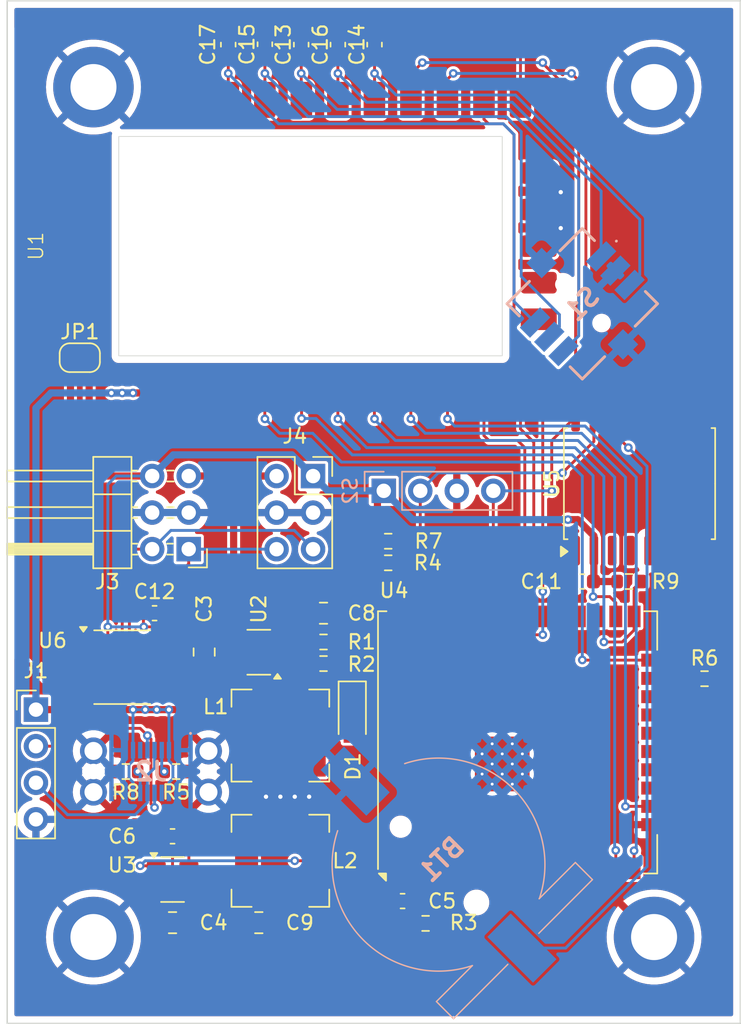
<source format=kicad_pcb>
(kicad_pcb (version 20240108) (generator "pcbnew") (generator_version "8.0")
  (layers (0 "F.Cu" signal) (31 "B.Cu" signal) (34 "B.Paste" user) (35 "F.Paste" user) (36 "B.SilkS" user "B.Silkscreen") (37 "F.SilkS" user "F.Silkscreen") (38 "B.Mask" user) (39 "F.Mask" user) (44 "Edge.Cuts" user))
  (net 0 "")
  (net 1 "/RTC_VBAT")
  (net 2 "GND")
  (net 3 "VBUS")
  (net 4 "+3V3")
  (net 5 "Net-(U3-BST)")
  (net 6 "Net-(U3-SW)")
  (net 7 "+24V")
  (net 8 "/SW_DN")
  (net 9 "/SW_BACK")
  (net 10 "/SW_CENTER")
  (net 11 "/SW_UP")
  (net 12 "/SW_ENTER")
  (net 13 "Net-(D1-A)")
  (net 14 "/D+")
  (net 15 "/D-")
  (net 16 "/CC1")
  (net 18 "/CC2")
  (net 20 "/RS485_A")
  (net 21 "Net-(JP1-B)")
  (net 22 "/RS485_B")
  (net 23 "Net-(U2-FB)")
  (net 24 "/ESP_EN")
  (net 25 "/SCL")
  (net 26 "/ESP_CS0")
  (net 27 "/SDA")
  (net 28 "/ESP_IO0")
  (net 29 "/ESP_RX")
  (net 30 "/ESP_MOSI")
  (net 32 "/ESP_TX")
  (net 33 "/DISPLAY_RX")
  (net 35 "/ESP_SCLK")
  (net 38 "/ESP_HSK")
  (net 40 "/ESP_RDY")
  (net 41 "/ESP_MISO")
  (footprint "Capacitor_SMD:C_0603_1608Metric" (layer "F.Cu") (at 111.5 87 180)
    (property "Reference" "C6")
    (property "Value" "100n")
  )
  (footprint "Capacitor_SMD:C_0805_2012Metric" (layer "F.Cu") (at 122 71.5)
    (property "Reference" "C8")
    (property "Value" "22u")
  )
  (footprint "Capacitor_SMD:C_0805_2012Metric" (layer "F.Cu") (at 113.7 74.2 90)
    (property "Reference" "C3")
    (property "Value" "4.7u")
  )
  (footprint "Resistor_SMD:R_0603_1608Metric" (layer "F.Cu") (at 111.75 82.5)
    (property "Reference" "R5")
    (property "Value" "5.1k")
  )
  (footprint "MountingHole:MountingHole_3.2mm_M3_DIN965_Pad" (layer "F.Cu") (at 106 34.95)
    (property "Reference" "H3" (hide yes))
    (property "Value" "MountingHole_Pad" (hide yes))
  )
  (footprint "Connector_PinHeader_2.54mm:PinHeader_2x03_P2.54mm_Horizontal" (layer "F.Cu") (at 112.625 67.05 180)
    (property "Reference" "J3")
    (property "Value" "BHR-06")
  )
  (footprint "Package_SO:SOIC-8_3.9x4.9mm_P1.27mm" (layer "F.Cu") (at 108 75.25)
    (property "Reference" "U6")
    (property "Value" "THVD1420D")
  )
  (footprint "Inductor_SMD:L_Bourns-SRN6028" (layer "F.Cu") (at 119 88.7)
    (property "Reference" "L2")
    (property "Value" "3.9u")
  )
  (footprint "Capacitor_SMD:C_0603_1608Metric" (layer "F.Cu") (at 115.375 32 90)
    (property "Reference" "C17")
    (property "Value" "100n")
  )
  (footprint "Jumper:SolderJumper-2_P1.3mm_Open_RoundedPad1.0x1.5mm" (layer "F.Cu") (at 105.05 53.75)
    (property "Reference" "JP1")
    (property "Value" "SolderJumper_2_Open" (hide yes))
  )
  (footprint "Capacitor_SMD:C_0603_1608Metric" (layer "F.Cu") (at 125.55 32 90)
    (property "Reference" "C14")
    (property "Value" "100n")
  )
  (footprint "Package_TO_SOT_SMD:TSOT-23-6" (layer "F.Cu") (at 111.5 90)
    (property "Reference" "U3")
    (property "Value" "AP63203WU")
  )
  (footprint "Resistor_SMD:R_0603_1608Metric" (layer "F.Cu") (at 122 75 180)
    (property "Reference" "R2")
    (property "Value" "5.1k")
  )
  (footprint "Resistor_SMD:R_0603_1608Metric" (layer "F.Cu") (at 126.5 68)
    (property "Reference" "R4")
    (property "Value" "1k")
  )
  (footprint "Capacitor_SMD:C_0805_2012Metric" (layer "F.Cu") (at 117.5 93 180)
    (property "Reference" "C9")
    (property "Value" "22u")
  )
  (footprint "MountingHole:MountingHole_3.2mm_M3_DIN965_Pad" (layer "F.Cu") (at 144.99 94)
    (property "Reference" "H2" (hide yes))
    (property "Value" "MountingHole_Pad" (hide yes))
  )
  (footprint "Capacitor_SMD:C_0603_1608Metric" (layer "F.Cu") (at 127.5 91.5 180)
    (property "Reference" "C5")
    (property "Value" "100n")
  )
  (footprint "RF_Module:ESP32-WROOM-32UE" (layer "F.Cu") (at 135.5 80.475 90)
    (property "Reference" "U4")
    (property "Value" "ESP32-WROOM-32UE")
  )
  (footprint "Capacitor_SMD:C_0603_1608Metric" (layer "F.Cu") (at 140 69.3 180)
    (property "Reference" "C11")
    (property "Value" "100n")
  )
  (footprint "Resistor_SMD:R_0603_1608Metric" (layer "F.Cu") (at 108.25 82.5 180)
    (property "Reference" "R8")
    (property "Value" "5.1k")
  )
  (footprint "Capacitor_SMD:C_0603_1608Metric" (layer "F.Cu") (at 120.45 32 90)
    (property "Reference" "C13")
    (property "Value" "100n")
  )
  (footprint "Inductor_SMD:L_Bourns-SRN6028" (layer "F.Cu") (at 119 80)
    (property "Reference" "L1")
    (property "Value" "10u")
  )
  (footprint "Resistor_SMD:R_0603_1608Metric" (layer "F.Cu") (at 122 73.5 180)
    (property "Reference" "R1")
    (property "Value" "92.82k")
  )
  (footprint "MountingHole:MountingHole_3.2mm_M3_DIN965_Pad" (layer "F.Cu") (at 144.99 34.95)
    (property "Reference" "H4" (hide yes))
    (property "Value" "MountingHole_Pad" (hide yes))
  )
  (footprint "Capacitor_SMD:C_0805_2012Metric" (layer "F.Cu") (at 111.5 93)
    (property "Reference" "C4")
    (property "Value" "4.7u")
  )
  (footprint "Capacitor_SMD:C_0603_1608Metric" (layer "F.Cu") (at 117.925 31.975 90)
    (property "Reference" "C15")
    (property "Value" "100n")
  )
  (footprint "MountingHole:MountingHole_3.2mm_M3_DIN965_Pad" (layer "F.Cu") (at 106 94)
    (property "Reference" "H1" (hide yes))
    (property "Value" "MountingHole_Pad" (hide yes))
  )
  (footprint "Connector_PinHeader_2.54mm:PinHeader_1x04_P2.54mm_Vertical" (layer "F.Cu") (at 102 78.2)
    (property "Reference" "J1")
    (property "Value" "Conn_01x04_Pin" (hide yes))
  )
  (footprint "Resistor_SMD:R_0603_1608Metric" (layer "F.Cu") (at 126.5 66.5)
    (property "Reference" "R7")
    (property "Value" "1k")
  )
  (footprint "Capacitor_SMD:C_0603_1608Metric" (layer "F.Cu") (at 123 32 90)
    (property "Reference" "C16")
    (property "Value" "100n")
  )
  (footprint "Capacitor_SMD:C_0603_1608Metric" (layer "F.Cu") (at 110.25 71.5)
    (property "Reference" "C12")
    (property "Value" "100n")
  )
  (footprint "Resistor_SMD:R_0603_1608Metric" (layer "F.Cu") (at 143.25 69.3)
    (property "Reference" "R9")
    (property "Value" "10k")
  )
  (footprint "Luckfox:Pico Mini" (layer "F.Cu") (at 123 46 90)
    (property "Reference" "U1")
    (property "Value" "~")
    (fp_rect (start -7.62 -15.24) (end 7.62 11.43) (stroke (width 0.05)) (fill none) (layer "Edge.Cuts"))
  )
  (footprint "Diode_SMD:Nexperia_CFP3_SOD-123W" (layer "F.Cu") (at 124 78.5 -90)
    (property "Reference" "D1")
    (property "Value" "1N5819")
  )
  (footprint "Package_TO_SOT_SMD:SOT-23-5" (layer "F.Cu") (at 117.5 74.2125 180)
    (property "Reference" "U2")
    (property "Value" "AP3012")
  )
  (footprint "Resistor_SMD:R_0603_1608Metric" (layer "F.Cu") (at 129.1 93.05)
    (property "Reference" "R3")
    (property "Value" "10k")
  )
  (footprint "Resistor_SMD:R_0603_1608Metric" (layer "F.Cu") (at 148.5 76.05)
    (property "Reference" "R6")
    (property "Value" "10k")
  )
  (footprint "Connector_PinSocket_2.54mm:PinSocket_2x03_P2.54mm_Vertical" (layer "F.Cu") (at 121.275 61.975)
    (property "Reference" "J4")
    (property "Value" "SFH11")
  )
  (footprint "Package_SO:SOIC-16W_7.5x10.3mm_P1.27mm" (layer "F.Cu") (at 143.98 62.5 90)
    (property "Reference" "U5")
    (property "Value" "DS3231M")
  )
  (footprint "S8411-45:S8411-45" (layer "B.Cu") (at 130 88.966027 -135)
    (property "Reference" "BT1")
    (property "Value" "CR2032" (hide yes))
  )
  (footprint "Connector_PinHeader_2.54mm:PinHeader_1x04_P2.54mm_Vertical" (layer "B.Cu") (at 126.19 63 -90)
    (property "Reference" "S2")
    (property "Value" "AHT20")
  )
  (footprint "TS12-74-60-BK-250-SMT-TR:TS127460BK250SMTTR" (layer "B.Cu") (at 140 50 -135)
    (property "Reference" "S1")
    (property "Value" "TS12-74-70-BK-250-SMT-TR" (hide yes))
  )
  (footprint "USB_4145:USB4145030230C" (layer "B.Cu") (at 110 82.5 180)
    (property "Reference" "J2")
    (property "Value" "USB4145-03-0230" (hide yes))
  )
  (gr_rect (start 100 28.95) (end 150.99 100) (stroke (width 0.1)) (fill none) (layer "Edge.Cuts"))
  (segment (start 143.2 60) (end 143.2 59.999999) (width 0.2) (layer "F.Cu") (net 1))
  (segment (start 142.075 58.874999) (end 142.075 57.85) (width 0.2) (layer "F.Cu") (net 1))
  (segment (start 143.2 59.999999) (end 142.075 58.874999) (width 0.2) (layer "F.Cu") (net 1))
  (via (at 143.2 60) (size 0.6) (drill 0.3) (layers "F.Cu" "B.Cu") (net 1))
  (segment (start 138.835697 94.764303) (end 135.798276 94.764303) (width 0.2) (layer "B.Cu") (net 1))
  (segment (start 143.2 60) (end 144.5 61.3) (width 0.2) (layer "B.Cu") (net 1))
  (segment (start 144.5 61.3) (end 144.5 89.1) (width 0.2) (layer "B.Cu") (net 1))
  (segment (start 144.5 89.1) (end 138.835697 94.764303) (width 0.2) (layer "B.Cu") (net 1))
  (segment (start 112.575 82.505) (end 114 83.93) (width 0.2) (layer "F.Cu") (net 2))
  (segment (start 112.575 82.495) (end 114 81.07) (width 0.2) (layer "F.Cu") (net 2))
  (segment (start 107.425 82.495) (end 106 81.07) (width 0.2) (layer "F.Cu") (net 2))
  (segment (start 112.575 82.5) (end 112.575 82.495) (width 0.2) (layer "F.Cu") (net 2))
  (segment (start 107.425 82.5) (end 107.425 82.495) (width 0.2) (layer "F.Cu") (net 2))
  (segment (start 107.425 82.5) (end 107.425 82.505) (width 0.2) (layer "F.Cu") (net 2))
  (segment (start 112.575 82.5) (end 112.575 82.505) (width 0.2) (layer "F.Cu") (net 2))
  (segment (start 107.425 82.505) (end 106 83.93) (width 0.2) (layer "F.Cu") (net 2))
  (via (at 138.5 42.25) (size 0.6) (drill 0.3) (layers "F.Cu" "B.Cu") (net 2))
  (via (at 121 84.25) (size 0.6) (drill 0.3) (layers "F.Cu" "B.Cu") (net 2))
  (via (at 138.5 44.75) (size 0.6) (drill 0.3) (layers "F.Cu" "B.Cu") (net 2))
  (via (at 118 84.25) (size 0.6) (drill 0.3) (layers "F.Cu" "B.Cu") (net 2))
  (via (at 119 84.25) (size 0.6) (drill 0.3) (layers "F.Cu" "B.Cu") (net 2))
  (via (at 120 84.25) (size 0.6) (drill 0.3) (layers "F.Cu" "B.Cu") (net 2))
  (segment (start 109.6 78.2) (end 111.25 78.2) (width 0.5) (layer "F.Cu") (net 3))
  (segment (start 108.25 86.55) (end 108.25 89.75) (width 0.5) (layer "F.Cu") (net 3))
  (segment (start 110.3625 90.95) (end 110.3625 92.8125) (width 0.5) (layer "F.Cu") (net 3))
  (segment (start 114.85 78.2) (end 116.65 80) (width 0.5) (layer "F.Cu") (net 3))
  (segment (start 102 78.2) (end 109.6 78.2) (width 0.5) (layer "F.Cu") (net 3))
  (segment (start 108.25 89.75) (end 108.5 90) (width 0.5) (layer "F.Cu") (net 3))
  (segment (start 116.65 80) (end 116.65 83.9) (width 0.5) (layer "F.Cu") (net 3))
  (segment (start 114.55 86) (end 108.8 86) (width 0.5) (layer "F.Cu") (net 3))
  (segment (start 110.3625 92.8125) (end 110.55 93) (width 0.5) (layer "F.Cu") (net 3))
  (segment (start 108.5 90) (end 110.3625 90) (width 0.5) (layer "F.Cu") (net 3))
  (segment (start 113.7 75.15) (end 113.7 78.2) (width 0.5) (layer "F.Cu") (net 3))
  (segment (start 116.3625 73.2625) (end 116.3625 75.1625) (width 0.5) (layer "F.Cu") (net 3))
  (segment (start 108.8 86) (end 108.25 86.55) (width 0.5) (layer "F.Cu") (net 3))
  (segment (start 113.7 75.15) (end 116.35 75.15) (width 0.5) (layer "F.Cu") (net 3))
  (segment (start 110.26 56.2) (end 110.3 56.16) (width 0.5) (layer "F.Cu") (net 3))
  (segment (start 113.7 78.2) (end 114.85 78.2) (width 0.5) (layer "F.Cu") (net 3))
  (segment (start 116.65 83.9) (end 114.55 86) (width 0.5) (layer "F.Cu") (net 3))
  (segment (start 111.25 78.2) (end 113.7 78.2) (width 0.5) (layer "F.Cu") (net 3))
  (segment (start 116.35 75.15) (end 116.3625 75.1625) (width 0.5) (layer "F.Cu") (net 3))
  (segment (start 108.75 56.2) (end 110.26 56.2) (width 0.5) (layer "F.Cu") (net 3))
  (segment (start 108.75 56.2) (end 107.25 56.2) (width 0.5) (layer "F.Cu") (net 3))
  (segment (start 110.3625 90) (end 110.3625 90.95) (width 0.5) (layer "F.Cu") (net 3))
  (via (at 111.25 78.2) (size 0.6) (drill 0.3) (layers "F.Cu" "B.Cu") (net 3))
  (via (at 108 56.2) (size 0.6) (drill 0.3) (layers "F.Cu" "B.Cu") (net 3))
  (via (at 109.6 78.2) (size 0.6) (drill 0.3) (layers "F.Cu" "B.Cu") (net 3))
  (via (at 110.4 78.2) (size 0.6) (drill 0.3) (layers "F.Cu" "B.Cu") (net 3))
  (via (at 108.75 56.2) (size 0.6) (drill 0.3) (layers "F.Cu" "B.Cu") (net 3))
  (via (at 108.75 78.2) (size 0.6) (drill 0.3) (layers "F.Cu" "B.Cu") (net 3))
  (via (at 107.25 56.2) (size 0.6) (drill 0.3) (layers "F.Cu" "B.Cu") (net 3))
  (segment (start 103 56.25) (end 103.05 56.2) (width 0.5) (layer "B.Cu") (net 3))
  (segment (start 108.75 81.015) (end 108.75 81.75) (width 0.2) (layer "B.Cu") (net 3))
  (segment (start 108.75 83.25) (end 108.75 83.985) (width 0.2) (layer "B.Cu") (net 3))
  (segment (start 108.75 81.015) (end 108.75 78.2) (width 0.2) (layer "B.Cu") (net 3))
  (segment (start 103.05 56.2) (end 107.25 56.2) (width 0.5) (layer "B.Cu") (net 3))
  (segment (start 108.475 82.025) (end 108.475 82.975) (width 0.2) (layer "B.Cu") (net 3))
  (segment (start 102 78.2) (end 102 57.25) (width 0.5) (layer "B.Cu") (net 3))
  (segment (start 108.75 81.75) (end 108.475 82.025) (width 0.2) (layer "B.Cu") (net 3))
  (segment (start 110.4 78.2) (end 111.25 78.2) (width 0.2) (layer "B.Cu") (net 3))
  (segment (start 102 57.25) (end 103 56.25) (width 0.5) (layer "B.Cu") (net 3))
  (segment (start 107.25 56.2) (end 108 56.2) (width 0.5) (layer "B.Cu") (net 3))
  (segment (start 111.525 83) (end 111.25 83.275) (width 0.2) (layer "B.Cu") (net 3))
  (segment (start 111.25 81.015) (end 111.25 81.75) (width 0.2) (layer "B.Cu") (net 3))
  (segment (start 111.25 81.75) (end 111.525 82.025) (width 0.2) (layer "B.Cu") (net 3))
  (segment (start 108.75 78.2) (end 109.6 78.2) (width 0.2) (layer "B.Cu") (net 3))
  (segment (start 111.25 83.275) (end 111.25 83.985) (width 0.2) (layer "B.Cu") (net 3))
  (segment (start 109.6 78.2) (end 110.4 78.2) (width 0.2) (layer "B.Cu") (net 3))
  (segment (start 108.475 82.975) (end 108.75 83.25) (width 0.2) (layer "B.Cu") (net 3))
  (segment (start 111.25 81.015) (end 111.25 78.2) (width 0.2) (layer "B.Cu") (net 3))
  (segment (start 111.525 82.025) (end 111.525 83) (width 0.2) (layer "B.Cu") (net 3))
  (segment (start 108 56.2) (end 108.75 56.2) (width 0.5) (layer "B.Cu") (net 3))
  (segment (start 109.25 89.05) (end 110.3625 89.05) (width 0.2) (layer "F.Cu") (net 4))
  (segment (start 140.805 69.27) (end 140.775 69.3) (width 0.5) (layer "F.Cu") (net 4))
  (segment (start 140.805 66.125001) (end 139.679999 65) (width 0.5) (layer "F.Cu") (net 4))
  (segment (start 128.391027 89.193973) (end 128.391027 81.391027) (width 0.5) (layer "F.Cu") (net 4))
  (segment (start 140.805 67.15) (end 140.805 69.27) (width 0.5) (layer "F.Cu") (net 4))
  (segment (start 142.425 69.3) (end 140.775 69.3) (width 0.5) (layer "F.Cu") (net 4))
  (segment (start 125.75 63.44) (end 126.19 63) (width 0.5) (layer "F.Cu") (net 4))
  (segment (start 105.525 75.885) (end 105.525 74.615) (width 0.2) (layer "F.Cu") (net 4))
  (segment (start 128.36 89.225) (end 128.36 91.415) (width 0.75) (layer "F.Cu") (net 4))
  (segment (start 105.27 61.97) (end 110.085 61.97) (width 0.5) (layer "F.Cu") (net 4))
  (segment (start 121.35 92.9) (end 121.35 88.7) (width 1) (layer "F.Cu") (net 4))
  (segment (start 104.4 61.1) (end 105.27 61.97) (width 0.5) (layer "F.Cu") (net 4))
  (segment (start 140.805 67.15) (end 140.805 66.125001) (width 0.5) (layer "F.Cu") (net 4))
  (segment (start 139.679999 65) (end 139 65) (width 0.5) (layer "F.Cu") (net 4))
  (segment (start 109.475 72.425) (end 109.5 72.45) (width 0.2) (layer "F.Cu") (net 4))
  (segment (start 110.05 72.45) (end 110.475 72.875) (width 0.2) (layer "F.Cu") (net 4))
  (segment (start 106.499999 74.615) (end 107 74.114999) (width 0.2) (layer "F.Cu") (net 4))
  (segment (start 121.35 88.7) (end 120 88.7) (width 0.2) (layer "F.Cu") (net 4))
  (segment (start 109.475 71.5) (end 109.475 72.425) (width 0.2) (layer "F.Cu") (net 4))
  (segment (start 107 74.114999) (end 107 72.45) (width 0.2) (layer "F.Cu") (net 4))
  (segment (start 128.36 89.225) (end 128.391027 89.193973) (width 0.5) (layer "F.Cu") (net 4))
  (segment (start 128.391027 81.391027) (end 125.75 78.75) (width 0.5) (layer "F.Cu") (net 4))
  (segment (start 128.275 93.05) (end 128.275 91.5) (width 1) (layer "F.Cu") (net 4))
  (segment (start 128.36 91.415) (end 128.275 91.5) (width 0.75) (layer "F.Cu") (net 4))
  (segment (start 118.45 93) (end 121.25 93) (width 1) (layer "F.Cu") (net 4))
  (segment (start 105.525 74.615) (end 106.499999 74.615) (width 0.2) (layer "F.Cu") (net 4))
  (segment (start 121.25 93) (end 121.35 92.9) (width 1) (layer "F.Cu") (net 4))
  (segment (start 104.4 53.75) (end 104.4 61.1) (width 0.5) (layer "F.Cu") (net 4))
  (segment (start 128.225 93) (end 128.275 93.05) (width 1) (layer "F.Cu") (net 4))
  (segment (start 121.25 93) (end 128.225 93) (width 1) (layer "F.Cu") (net 4))
  (segment (start 109.5 72.45) (end 110.05 72.45) (width 0.2) (layer "F.Cu") (net 4))
  (segment (start 125.75 78.75) (end 125.75 63.44) (width 0.5) (layer "F.Cu") (net 4))
  (segment (start 110.475 72.875) (end 110.475 73.345) (width 0.2) (layer "F.Cu") (net 4))
  (via (at 139 65) (size 0.6) (drill 0.3) (layers "F.Cu" "B.Cu") (net 4))
  (via (at 109.25 89.05) (size 0.6) (drill 0.3) (layers "F.Cu" "B.Cu") (net 4))
  (via (at 120 88.7) (size 0.6) (drill 0.3) (layers "F.Cu" "B.Cu") (net 4))
  (via (at 107 72.45) (size 0.6) (drill 0.3) (layers "F.Cu" "B.Cu") (net 4))
  (via (at 109.5 72.45) (size 0.6) (drill 0.3) (layers "F.Cu" "B.Cu") (net 4))
  (segment (start 126.19 63) (end 128.19 65) (width 0.5) (layer "B.Cu") (net 4))
  (segment (start 111.555 60.5) (end 119.8 60.5) (width 0.5) (layer "B.Cu") (net 4))
  (segment (start 107 62.55) (end 107.58 61.97) (width 0.2) (layer "B.Cu") (net 4))
  (segment (start 119.8 60.5) (end 121.275 61.975) (width 0.5) (layer "B.Cu") (net 4))
  (segment (start 110.085 61.97) (end 111.555 60.5) (width 0.5) (layer "B.Cu") (net 4))
  (segment (start 107 72.45) (end 107 62.55) (width 0.2) (layer "B.Cu") (net 4))
  (segment (start 122.3 63) (end 126.19 63) (width 0.5) (layer "B.Cu") (net 4))
  (segment (start 107.58 61.97) (end 110.085 61.97) (width 0.2) (layer "B.Cu") (net 4))
  (segment (start 121.275 61.975) (end 122.3 63) (width 0.5) (layer "B.Cu") (net 4))
  (segment (start 109.6 88.7) (end 120 88.7) (width 0.2) (layer "B.Cu") (net 4))
  (segment (start 109.25 89.05) (end 109.6 88.7) (width 0.2) (layer "B.Cu") (net 4))
  (segment (start 109.5 72.45) (end 107 72.45) (width 0.2) (layer "B.Cu") (net 4))
  (segment (start 128.19 65) (end 139 65) (width 0.5) (layer "B.Cu") (net 4))
  (segment (start 112.275 87) (end 112.6375 87.3625) (width 0.2) (layer "F.Cu") (net 5))
  (segment (start 112.6375 87.3625) (end 112.6375 89.05) (width 0.2) (layer "F.Cu") (net 5))
  (segment (start 111.5 87.25) (end 111.5 89.7) (width 0.2) (layer "F.Cu") (net 6))
  (segment (start 111.5 89.7) (end 111.8 90) (width 0.2) (layer "F.Cu") (net 6))
  (segment (start 110.725 87) (end 111.25 87) (width 0.2) (layer "F.Cu") (net 6))
  (segment (start 112.6375 90) (end 115.35 90) (width 0.5) (layer "F.Cu") (net 6))
  (segment (start 111.8 90) (end 112.6375 90) (width 0.2) (layer "F.Cu") (net 6))
  (segment (start 111.25 87) (end 111.5 87.25) (width 0.2) (layer "F.Cu") (net 6))
  (segment (start 115.35 90) (end 116.65 88.7) (width 0.5) (layer "F.Cu") (net 6))
  (segment (start 121.05 71.5) (end 121.05 71.65) (width 0.5) (layer "F.Cu") (net 7))
  (segment (start 124 77.1) (end 124 74) (width 0.5) (layer "F.Cu") (net 7))
  (segment (start 122.825 73.425) (end 122.825 73.5) (width 0.5) (layer "F.Cu") (net 7))
  (segment (start 124 74) (end 123.5 73.5) (width 0.5) (layer "F.Cu") (net 7))
  (segment (start 115.75 61.97) (end 118.73 61.97) (width 0.5) (layer "F.Cu") (net 7))
  (segment (start 121.05 71.65) (end 122.825 73.425) (width 0.5) (layer "F.Cu") (net 7))
  (segment (start 123.5 73.5) (end 122.825 73.5) (width 0.5) (layer "F.Cu") (net 7))
  (segment (start 115.75 70.75) (end 116.5 71.5) (width 0.5) (layer "F.Cu") (net 7))
  (segment (start 116.5 71.5) (end 121.05 71.5) (width 0.5) (layer "F.Cu") (net 7))
  (segment (start 112.625 61.97) (end 115.75 61.97) (width 0.5) (layer "F.Cu") (net 7))
  (segment (start 118.73 61.97) (end 118.735 61.975) (width 0.5) (layer "F.Cu") (net 7))
  (segment (start 115.75 61.97) (end 115.75 70.75) (width 0.5) (layer "F.Cu") (net 7))
  (segment (start 120.45 34) (end 120.45 35.83) (width 0.2) (layer "F.Cu") (net 8))
  (segment (start 120.45 35.83) (end 120.46 35.84) (width 0.2) (layer "F.Cu") (net 8))
  (segment (start 120.45 32.775) (end 120.45 34) (width 0.2) (layer "F.Cu") (net 8))
  (via (at 120.45 34) (size 0.6) (drill 0.3) (layers "F.Cu" "B.Cu") (net 8))
  (segment (start 139.75 52.229899) (end 138.691852 53.288047) (width 0.2) (layer "B.Cu") (net 8))
  (segment (start 120.45 34) (end 122.95 36.5) (width 0.2) (layer "B.Cu") (net 8))
  (segment (start 139.75 41.35) (end 139.75 52.229899) (width 0.2) (layer "B.Cu") (net 8))
  (segment (start 134.9 36.5) (end 139.75 41.35) (width 0.2) (layer "B.Cu") (net 8))
  (segment (start 122.95 36.5) (end 134.9 36.5) (width 0.2) (layer "B.Cu") (net 8))
  (segment (start 125.55 32.775) (end 125.55 34) (width 0.2) (layer "F.Cu") (net 9))
  (segment (start 125.55 35.83) (end 125.54 35.84) (width 0.2) (layer "F.Cu") (net 9))
  (segment (start 125.55 34) (end 125.55 35.83) (width 0.2) (layer "F.Cu") (net 9))
  (via (at 125.55 34) (size 0.6) (drill 0.3) (layers "F.Cu" "B.Cu") (net 9))
  (segment (start 143.288047 48.691852) (end 143.995154 47.984745) (width 0.2) (layer "B.Cu") (net 9))
  (segment (start 135.35 35.5) (end 127.05 35.5) (width 0.2) (layer "B.Cu") (net 9))
  (segment (start 143.995154 44.145154) (end 135.35 35.5) (width 0.2) (layer "B.Cu") (net 9))
  (segment (start 127.05 35.5) (end 125.55 34) (width 0.2) (layer "B.Cu") (net 9))
  (segment (start 143.995154 47.984745) (end 143.995154 44.145154) (width 0.2) (layer "B.Cu") (net 9))
  (segment (start 117.925 35.835) (end 117.92 35.84) (width 0.2) (layer "F.Cu") (net 10))
  (segment (start 117.925 32.75) (end 117.925 34) (width 0.2) (layer "F.Cu") (net 10))
  (segment (start 117.925 34) (end 117.925 35.835) (width 0.2) (layer "F.Cu") (net 10))
  (via (at 117.925 34) (size 0.6) (drill 0.3) (layers "F.Cu" "B.Cu") (net 10))
  (segment (start 120.925 37) (end 117.925 34) (width 0.2) (layer "B.Cu") (net 10))
  (segment (start 135.75 48.1) (end 135.75 38.05) (width 0.2) (layer "B.Cu") (net 10))
  (segment (start 138.40901 51.59099) (end 138.40901 50.75901) (width 0.2) (layer "B.Cu") (net 10))
  (segment (start 134.7 37) (end 120.925 37) (width 0.2) (layer "B.Cu") (net 10))
  (segment (start 137.701903 52.298097) (end 138.40901 51.59099) (width 0.2) (layer "B.Cu") (net 10))
  (segment (start 135.75 38.05) (end 134.7 37) (width 0.2) (layer "B.Cu") (net 10))
  (segment (start 138.40901 50.75901) (end 135.75 48.1) (width 0.2) (layer "B.Cu") (net 10))
  (segment (start 123 32.775) (end 123 34) (width 0.2) (layer "F.Cu") (net 11))
  (segment (start 123 34) (end 123 35.84) (width 0.2) (layer "F.Cu") (net 11))
  (via (at 123 34) (size 0.6) (drill 0.3) (layers "F.Cu" "B.Cu") (net 11))
  (segment (start 141.308148 42.183148) (end 135.125 36) (width 0.2) (layer "B.Cu") (net 11))
  (segment (start 125 36) (end 123 34) (width 0.2) (layer "B.Cu") (net 11))
  (segment (start 141.308148 46.711953) (end 141.308148 42.183148) (width 0.2) (layer "B.Cu") (net 11))
  (segment (start 135.125 36) (end 125 36) (width 0.2) (layer "B.Cu") (net 11))
  (segment (start 115.375 34) (end 115.375 32.775) (width 0.2) (layer "F.Cu") (net 12))
  (segment (start 115.375 34) (end 115.375 35.835) (width 0.2) (layer "F.Cu") (net 12))
  (segment (start 115.375 35.835) (end 115.38 35.84) (width 0.2) (layer "F.Cu") (net 12))
  (via (at 115.375 34) (size 0.6) (drill 0.3) (layers "F.Cu" "B.Cu") (net 12))
  (segment (start 118.875 37.5) (end 115.375 34) (width 0.2) (layer "B.Cu") (net 12))
  (segment (start 135.25 38.25) (end 134.5 37.5) (width 0.2) (layer "B.Cu") (net 12))
  (segment (start 135.25 49.846195) (end 135.25 38.25) (width 0.2) (layer "B.Cu") (net 12))
  (segment (start 134.5 37.5) (end 118.875 37.5) (width 0.2) (layer "B.Cu") (net 12))
  (segment (start 136.711953 51.308148) (end 135.25 49.846195) (width 0.2) (layer "B.Cu") (net 12))
  (segment (start 124 79.9) (end 121.45 79.9) (width 0.5) (layer "F.Cu") (net 13))
  (segment (start 119.45 80) (end 118.6375 79.1875) (width 0.5) (layer "F.Cu") (net 13))
  (segment (start 121.35 80) (end 119.45 80) (width 0.5) (layer "F.Cu") (net 13))
  (segment (start 118.6375 79.1875) (end 118.6375 75.1625) (width 0.5) (layer "F.Cu") (net 13))
  (segment (start 121.45 79.9) (end 121.35 80) (width 0.5) (layer "F.Cu") (net 13))
  (segment (start 109.75 83.985) (end 109.75 82.75) (width 0.2) (layer "B.Cu") (net 14))
  (segment (start 109.75 84.65) (end 109.75 83.985) (width 0.2) (layer "B.Cu") (net 14))
  (segment (start 109.75 82.75) (end 110.25 82.25) (width 0.2) (layer "B.Cu") (net 14))
  (segment (start 110.25 82.25) (end 110.25 81.015) (width 0.2) (layer "B.Cu") (net 14))
  (segment (start 102 83.28) (end 102 83.3) (width 0.2) (layer "B.Cu") (net 14))
  (segment (start 104.2 85.5) (end 108.9 85.5) (width 0.2) (layer "B.Cu") (net 14))
  (segment (start 108.9 85.5) (end 109.75 84.65) (width 0.2) (layer "B.Cu") (net 14))
  (segment (start 102 83.3) (end 104.2 85.5) (width 0.2) (layer "B.Cu") (net 14))
  (segment (start 110 84.75) (end 110.25 85) (width 0.2) (layer "F.Cu") (net 15))
  (segment (start 102 80.74) (end 103.26 80.74) (width 0.2) (layer "F.Cu") (net 15))
  (segment (start 103.26 80.74) (end 104.5 79.5) (width 0.2) (layer "F.Cu") (net 15))
  (segment (start 110 80.25) (end 110 84.75) (width 0.2) (layer "F.Cu") (net 15))
  (segment (start 109.75 80) (end 110 80.25) (width 0.2) (layer "F.Cu") (net 15))
  (segment (start 104.5 79.5) (end 109.25 79.5) (width 0.2) (layer "F.Cu") (net 15))
  (segment (start 109.25 79.5) (end 109.75 80) (width 0.2) (layer "F.Cu") (net 15))
  (via (at 110.25 85) (size 0.6) (drill 0.3) (layers "F.Cu" "B.Cu") (net 15))
  (via (at 109.75 80) (size 0.6) (drill 0.3) (layers "F.Cu" "B.Cu") (net 15))
  (segment (start 110.25 83.985) (end 110.25 85) (width 0.2) (layer "B.Cu") (net 15))
  (segment (start 109.75 81.015) (end 109.75 80) (width 0.2) (layer "B.Cu") (net 15))
  (via (at 110.925 82.5) (size 0.6) (drill 0.3) (layers "F.Cu" "B.Cu") (net 16))
  (segment (start 110.75 82.325) (end 110.75 81.015) (width 0.2) (layer "B.Cu") (net 16))
  (segment (start 110.925 82.5) (end 110.75 82.325) (width 0.2) (layer "B.Cu") (net 16))
  (via (at 109.075 82.5) (size 0.6) (drill 0.3) (layers "F.Cu" "B.Cu") (net 18))
  (segment (start 109.075 82.5) (end 109.25 82.675) (width 0.2) (layer "B.Cu") (net 18))
  (segment (start 109.25 82.675) (end 109.25 83.985) (width 0.2) (layer "B.Cu") (net 18))
  (segment (start 108 75.5) (end 108 67.55) (width 0.2) (layer "F.Cu") (net 20))
  (segment (start 108.5 67.05) (end 110.085 67.05) (width 0.2) (layer "F.Cu") (net 20))
  (segment (start 108.385 75.885) (end 108 75.5) (width 0.2) (layer "F.Cu") (net 20))
  (segment (start 108 67.55) (end 108.5 67.05) (width 0.2) (layer "F.Cu") (net 20))
  (segment (start 110.475 75.885) (end 108.385 75.885) (width 0.2) (layer "F.Cu") (net 20))
  (segment (start 111.385 65.75) (end 119.97 65.75) (width 0.2) (layer "B.Cu") (net 20))
  (segment (start 110.085 67.05) (end 111.385 65.75) (width 0.2) (layer "B.Cu") (net 20))
  (segment (start 119.97 65.75) (end 121.275 67.055) (width 0.2) (layer "B.Cu") (net 20))
  (segment (start 115.38 57.82) (end 115.38 56.16) (width 0.5) (layer "F.Cu") (net 21))
  (segment (start 106.1 58.2) (end 115 58.2) (width 0.5) (layer "F.Cu") (net 21))
  (segment (start 105.7 53.75) (end 105.7 57.8) (width 0.5) (layer "F.Cu") (net 21))
  (segment (start 115 58.2) (end 115.38 57.82) (width 0.5) (layer "F.Cu") (net 21))
  (segment (start 105.7 57.8) (end 106.1 58.2) (width 0.5) (layer "F.Cu") (net 21))
  (segment (start 108.5 74) (end 108.5 69) (width 0.2) (layer "F.Cu") (net 22))
  (segment (start 108.5 69) (end 109 68.5) (width 0.2) (layer "F.Cu") (net 22))
  (segment (start 109.115 74.615) (end 108.5 74) (width 0.2) (layer "F.Cu") (net 22))
  (segment (start 109 68.5) (end 112.2 68.5) (width 0.2) (layer "F.Cu") (net 22))
  (segment (start 112.2 68.5) (end 112.625 68.075) (width 0.2) (layer "F.Cu") (net 22))
  (segment (start 112.625 68.075) (end 112.625 67.05) (width 0.2) (layer "F.Cu") (net 22))
  (segment (start 110.475 74.615) (end 109.115 74.615) (width 0.2) (layer "F.Cu") (net 22))
  (segment (start 118.73 67.05) (end 118.735 67.055) (width 0.2) (layer "B.Cu") (net 22))
  (segment (start 112.625 67.05) (end 118.73 67.05) (width 0.2) (layer "B.Cu") (net 22))
  (segment (start 121.325 73.5) (end 122.825 75) (width 0.5) (layer "F.Cu") (net 23))
  (segment (start 120.9375 73.2625) (end 121.175 73.5) (width 0.5) (layer "F.Cu") (net 23))
  (segment (start 118.6375 73.2625) (end 120.9375 73.2625) (width 0.5) (layer "F.Cu") (net 23))
  (segment (start 121.175 73.5) (end 121.325 73.5) (width 0.5) (layer "F.Cu") (net 23))
  (segment (start 134.5 37.5) (end 135.25 38.25) (width 0.2) (layer "F.Cu") (net 24))
  (segment (start 130.9 73) (end 129.63 74.27) (width 0.2) (layer "F.Cu") (net 24))
  (segment (start 129.63 74.27) (end 129.63 89.225) (width 0.2) (layer "F.Cu") (net 24))
  (segment (start 129.63 89.225) (end 129.63 92.755) (width 0.2) (layer "F.Cu") (net 24))
  (segment (start 135.25 52.375) (end 137.25 54.375) (width 0.2) (layer "F.Cu") (net 24))
  (segment (start 133.16 35.84) (end 133.16 37.185) (width 0.2) (layer "F.Cu") (net 24))
  (segment (start 133.475 37.5) (end 134.5 37.5) (width 0.2) (layer "F.Cu") (net 24))
  (segment (start 137.25 73) (end 130.9 73) (width 0.2) (layer "F.Cu") (net 24))
  (segment (start 137.25 54.375) (end 137.25 70) (width 0.2) (layer "F.Cu") (net 24))
  (segment (start 135.25 38.25) (end 135.25 52.375) (width 0.2) (layer "F.Cu") (net 24))
  (segment (start 129.63 92.755) (end 129.925 93.05) (width 0.2) (layer "F.Cu") (net 24))
  (segment (start 133.16 37.185) (end 133.475 37.5) (width 0.2) (layer "F.Cu") (net 24))
  (via (at 137.25 70) (size 0.6) (drill 0.3) (layers "F.Cu" "B.Cu") (net 24))
  (via (at 137.25 73) (size 0.6) (drill 0.3) (layers "F.Cu" "B.Cu") (net 24))
  (segment (start 137.25 70) (end 137.25 73) (width 0.2) (layer "B.Cu") (net 24))
  (segment (start 137.25 33.3) (end 139.75 35.8) (width 0.2) (layer "F.Cu") (net 25))
  (segment (start 139.75 50.05) (end 139.535 50.265) (width 0.2) (layer "F.Cu") (net 25))
  (segment (start 133 68) (end 133.81 67.19) (width 0.2) (layer "F.Cu") (net 25))
  (segment (start 139.535 50.265) (end 139.535 57.85) (width 0.2) (layer "F.Cu") (net 25))
  (segment (start 127.325 68) (end 133 68) (width 0.2) (layer "F.Cu") (net 25))
  (segment (start 137.875 59.51) (end 137.875 63) (width 0.2) (layer "F.Cu") (net 25))
  (segment (start 137.25 33.25) (end 137.25 33.3) (width 0.2) (layer "F.Cu") (net 25))
  (segment (start 128.875 33.25) (end 128.075 34.05) (width 0.2) (layer "F.Cu") (net 25))
  (segment (start 128.075 34.05) (end 128.08 34.055) (width 0.2) (layer "F.Cu") (net 25))
  (segment (start 139.75 35.8) (end 139.75 50.05) (width 0.2) (layer "F.Cu") (net 25))
  (segment (start 133.81 67.19) (end 133.81 63) (width 0.2) (layer "F.Cu") (net 25))
  (segment (start 128.08 34.055) (end 128.08 35.84) (width 0.2) (layer "F.Cu") (net 25))
  (segment (start 139.535 57.85) (end 137.875 59.51) (width 0.2) (layer "F.Cu") (net 25))
  (via (at 128.875 33.25) (size 0.6) (drill 0.3) (layers "F.Cu" "B.Cu") (net 25))
  (via (at 137.25 33.25) (size 0.6) (drill 0.3) (layers "F.Cu" "B.Cu") (net 25))
  (via (at 137.875 63) (size 0.6) (drill 0.3) (layers "F.Cu" "B.Cu") (net 25))
  (segment (start 137.25 33.25) (end 128.875 33.25) (width 0.2) (layer "B.Cu") (net 25))
  (segment (start 133.81 63) (end 137.875 63) (width 0.2) (layer "B.Cu") (net 25))
  (segment (start 144.85 76.03) (end 145.38 76.03) (width 0.2) (layer "F.Cu") (net 26))
  (segment (start 145.38 76.03) (end 145.4 76.05) (width 0.2) (layer "F.Cu") (net 26))
  (segment (start 145.4 76.05) (end 147.675 76.05) (width 0.2) (layer "F.Cu") (net 26))
  (segment (start 140.805 59.57) (end 140.805 57.85) (width 0.2) (layer "F.Cu") (net 27))
  (segment (start 138.625 61.75) (end 140.805 59.57) (width 0.2) (layer "F.Cu") (net 27))
  (segment (start 130.62 34.405) (end 131.025 34) (width 0.2) (layer "F.Cu") (net 27))
  (segment (start 140.25 35) (end 140.25 52.75) (width 0.2) (layer "F.Cu") (net 27))
  (segment (start 128.73 63) (end 128.73 65.77) (width 0.2) (layer "F.Cu") (net 27))
  (segment (start 130.62 35.84) (end 130.62 34.405) (width 0.2) (layer "F.Cu") (net 27))
  (segment (start 128 66.5) (end 127.325 66.5) (width 0.2) (layer "F.Cu") (net 27))
  (segment (start 140.25 52.75) (end 140.805 53.305) (width 0.2) (layer "F.Cu") (net 27))
  (segment (start 140.805 53.305) (end 140.805 57.85) (width 0.2) (layer "F.Cu") (net 27))
  (segment (start 128.73 65.77) (end 128 66.5) (width 0.2) (layer "F.Cu") (net 27))
  (segment (start 139.25 34) (end 140.25 35) (width 0.2) (layer "F.Cu") (net 27))
  (via (at 138.625 61.75) (size 0.6) (drill 0.3) (layers "F.Cu" "B.Cu") (net 27))
  (via (at 131.025 34) (size 0.6) (drill 0.3) (layers "F.Cu" "B.Cu") (net 27))
  (via (at 139.25 34) (size 0.6) (drill 0.3) (layers "F.Cu" "B.Cu") (net 27))
  (segment (start 129.98 61.75) (end 128.73 63) (width 0.2) (layer "B.Cu") (net 27))
  (segment (start 138.625 61.75) (end 129.98 61.75) (width 0.2) (layer "B.Cu") (net 27))
  (segment (start 131.025 34) (end 139.25 34) (width 0.2) (layer "B.Cu") (net 27))
  (segment (start 142.775 73.5) (end 143.6 72.675) (width 0.2) (layer "F.Cu") (net 28))
  (segment (start 143.6 69.775) (end 144.075 69.3) (width 0.2) (layer "F.Cu") (net 28))
  (segment (start 143.6 72.675) (end 143.6 71.725) (width 0.2) (layer "F.Cu") (net 28))
  (segment (start 143.6 71.725) (end 143.6 69.775) (width 0.2) (layer "F.Cu") (net 28))
  (segment (start 123 58) (end 123 56.16) (width 0.2) (layer "F.Cu") (net 28))
  (segment (start 141.5 73.5) (end 142.775 73.5) (width 0.2) (layer "F.Cu") (net 28))
  (via (at 123 58) (size 0.6) (drill 0.3) (layers "F.Cu" "B.Cu") (net 28))
  (via (at 141.5 73.5) (size 0.6) (drill 0.3) (layers "F.Cu" "B.Cu") (net 28))
  (segment (start 139.5 60) (end 125 60) (width 0.2) (layer "B.Cu") (net 28))
  (segment (start 141.5 62) (end 139.5 60) (width 0.2) (layer "B.Cu") (net 28))
  (segment (start 141.5 73.5) (end 141.5 62) (width 0.2) (layer "B.Cu") (net 28))
  (segment (start 125 60) (end 123 58) (width 0.2) (layer "B.Cu") (net 28))
  (segment (start 136 70) (end 132.7 70) (width 0.2) (layer "F.Cu") (net 29))
  (segment (start 135.7 56.16) (end 135.7 58.7) (width 0.2) (layer "F.Cu") (net 29))
  (segment (start 132.7 70) (end 132.17 70.53) (width 0.2) (layer "F.Cu") (net 29))
  (segment (start 135.7 58.7) (end 136.625 59.625) (width 0.2) (layer "F.Cu") (net 29))
  (segment (start 132.17 70.53) (end 132.17 71.725) (width 0.2) (layer "F.Cu") (net 29))
  (segment (start 136.625 69.375) (end 136 70) (width 0.2) (layer "F.Cu") (net 29))
  (segment (start 136.625 59.625) (end 136.625 69.375) (width 0.2) (layer "F.Cu") (net 29))
  (segment (start 143.005 84.92) (end 143 84.925) (width 0.2) (layer "F.Cu") (net 30))
  (segment (start 128.075 56.165) (end 128.08 56.16) (width 0.2) (layer "F.Cu") (net 30))
  (segment (start 144.85 84.92) (end 143.005 84.92) (width 0.2) (layer "F.Cu") (net 30))
  (segment (start 128.075 58) (end 128.075 56.165) (width 0.2) (layer "F.Cu") (net 30))
  (via (at 128.075 58) (size 0.6) (drill 0.3) (layers "F.Cu" "B.Cu") (net 30))
  (via (at 143 84.925) (size 0.6) (drill 0.3) (layers "F.Cu" "B.Cu") (net 30))
  (segment (start 129.075 59) (end 128.075 58) (width 0.2) (layer "B.Cu") (net 30))
  (segment (start 143 84.925) (end 143 62.05) (width 0.2) (layer "B.Cu") (net 30))
  (segment (start 139.95 59) (end 129.075 59) (width 0.2) (layer "B.Cu") (net 30))
  (segment (start 143 62.05) (end 139.95 59) (width 0.2) (layer "B.Cu") (net 30))
  (segment (start 133.16 56.16) (end 133.16 59.16) (width 0.2) (layer "F.Cu") (net 32))
  (segment (start 136 69) (end 135.5 69.5) (width 0.2) (layer "F.Cu") (net 32))
  (segment (start 131.4 69.5) (end 130.9 70) (width 0.2) (layer "F.Cu") (net 32))
  (segment (start 136 60) (end 136 69) (width 0.2) (layer "F.Cu") (net 32))
  (segment (start 133.16 59.16) (end 133.5 59.5) (width 0.2) (layer "F.Cu") (net 32))
  (segment (start 133.5 59.5) (end 135.5 59.5) (width 0.2) (layer "F.Cu") (net 32))
  (segment (start 135.5 69.5) (end 131.4 69.5) (width 0.2) (layer "F.Cu") (net 32))
  (segment (start 135.5 59.5) (end 136 60) (width 0.2) (layer "F.Cu") (net 32))
  (segment (start 130.9 70) (end 130.9 71.725) (width 0.2) (layer "F.Cu") (net 32))
  (segment (start 135.7 30.65) (end 135.05 30) (width 0.2) (layer "F.Cu") (net 33))
  (segment (start 135.7 35.84) (end 135.7 30.65) (width 0.2) (layer "F.Cu") (net 33))
  (segment (start 101 31) (end 101 74.5) (width 0.2) (layer "F.Cu") (net 33))
  (segment (start 103.655 77.155) (end 105.525 77.155) (width 0.2) (layer "F.Cu") (net 33))
  (segment (start 101 74.5) (end 103.655 77.155) (width 0.2) (layer "F.Cu") (net 33))
  (segment (start 102 30) (end 101 31) (width 0.2) (layer "F.Cu") (net 33))
  (segment (start 135.05 30) (end 102 30) (width 0.2) (layer "F.Cu") (net 33))
  (segment (start 142.33 87.98) (end 142.325 87.975) (width 0.2) (layer "F.Cu") (net 35))
  (segment (start 142.33 89.225) (end 142.33 87.98) (width 0.2) (layer "F.Cu") (net 35))
  (segment (start 125.54 57.99) (end 125.55 58) (width 0.2) (layer "F.Cu") (net 35))
  (segment (start 125.54 56.16) (end 125.54 57.99) (width 0.2) (layer "F.Cu") (net 35))
  (via (at 125.55 58) (size 0.6) (drill 0.3) (layers "F.Cu" "B.Cu") (net 35))
  (via (at 142.325 87.975) (size 0.6) (drill 0.3) (layers "F.Cu" "B.Cu") (net 35))
  (segment (start 142.25 87.9) (end 142.25 62.05) (width 0.2) (layer "B.Cu") (net 35))
  (segment (start 142.325 87.975) (end 142.25 87.9) (width 0.2) (layer "B.Cu") (net 35))
  (segment (start 125.55 58.05) (end 125.55 58) (width 0.2) (layer "B.Cu") (net 35))
  (segment (start 139.7 59.5) (end 127 59.5) (width 0.2) (layer "B.Cu") (net 35))
  (segment (start 127 59.5) (end 125.55 58.05) (width 0.2) (layer "B.Cu") (net 35))
  (segment (start 142.25 62.05) (end 139.7 59.5) (width 0.2) (layer "B.Cu") (net 35))
  (segment (start 140 74.75) (end 140.01 74.76) (width 0.2) (layer "F.Cu") (net 38))
  (segment (start 117.92 57.995) (end 117.925 58) (width 0.2) (layer "F.Cu") (net 38))
  (segment (start 117.92 56.16) (end 117.92 57.995) (width 0.2) (layer "F.Cu") (net 38))
  (segment (start 140.01 74.76) (end 144.85 74.76) (width 0.2) (layer "F.Cu") (net 38))
  (via (at 117.925 58) (size 0.6) (drill 0.3) (layers "F.Cu" "B.Cu") (net 38))
  (via (at 140 74.75) (size 0.6) (drill 0.3) (layers "F.Cu" "B.Cu") (net 38))
  (segment (start 117.95 58) (end 117.925 58) (width 0.2) (layer "B.Cu") (net 38))
  (segment (start 140 74.75) (end 140 61.975) (width 0.2) (layer "B.Cu") (net 38))
  (segment (start 139.025 61) (end 123.25 61) (width 0.2) (layer "B.Cu") (net 38))
  (segment (start 140 61.975) (end 139.025 61) (width 0.2) (layer "B.Cu") (net 38))
  (segment (start 123.25 61) (end 121.25 59) (width 0.2) (layer "B.Cu") (net 38))
  (segment (start 118.95 59) (end 117.95 58) (width 0.2) (layer "B.Cu") (net 38))
  (segment (start 121.25 59) (end 118.95 59) (width 0.2) (layer "B.Cu") (net 38))
  (segment (start 142.33 70.775) (end 142.33 71.725) (width 0.2) (layer "F.Cu") (net 40))
  (segment (start 140.75 70.35) (end 141.905 70.35) (width 0.2) (layer "F.Cu") (net 40))
  (segment (start 120.475 56.175) (end 120.46 56.16) (width 0.2) (layer "F.Cu") (net 40))
  (segment (start 141.905 70.35) (end 142.33 70.775) (width 0.2) (layer "F.Cu") (net 40))
  (segment (start 120.475 57.975) (end 120.475 56.175) (width 0.2) (layer "F.Cu") (net 40))
  (via (at 120.475 57.975) (size 0.6) (drill 0.3) (layers "F.Cu" "B.Cu") (net 40))
  (via (at 140.75 70.35) (size 0.6) (drill 0.3) (layers "F.Cu" "B.Cu") (net 40))
  (segment (start 139.3 60.5) (end 124 60.5) (width 0.2) (layer "B.Cu") (net 40))
  (segment (start 121.475 57.975) (end 120.475 57.975) (width 0.2) (layer "B.Cu") (net 40))
  (segment (start 124 60.5) (end 121.475 57.975) (width 0.2) (layer "B.Cu") (net 40))
  (segment (start 140.75 70.35) (end 140.75 61.95) (width 0.2) (layer "B.Cu") (net 40))
  (segment (start 140.75 61.95) (end 139.3 60.5) (width 0.2) (layer "B.Cu") (net 40))
  (segment (start 130.625 56.165) (end 130.62 56.16) (width 0.2) (layer "F.Cu") (net 41))
  (segment (start 130.625 58) (end 130.625 56.165) (width 0.2) (layer "F.Cu") (net 41))
  (segment (start 143.6 89.225) (end 143.6 88) (width 0.2) (layer "F.Cu") (net 41))
  (via (at 143.6 88) (size 0.6) (drill 0.3) (layers "F.Cu" "B.Cu") (net 41))
  (via (at 130.625 58) (size 0.6) (drill 0.3) (layers "F.Cu" "B.Cu") (net 41))
  (segment (start 143.75 62.05) (end 140.2 58.5) (width 0.2) (layer "B.Cu") (net 41))
  (segment (start 143.75 87.85) (end 143.75 62.05) (width 0.2) (layer "B.Cu") (net 41))
  (segment (start 143.6 88) (end 143.75 87.85) (width 0.2) (layer "B.Cu") (net 41))
  (segment (start 131.125 58.5) (end 130.625 58) (width 0.2) (layer "B.Cu") (net 41))
  (segment (start 140.2 58.5) (end 131.125 58.5) (width 0.2) (layer "B.Cu") (net 41))
  (zone (net 2) (net_name "GND") (layers "F&B.Cu") (connect_pads (clearance 0)) (min_thickness 0.25) (fill yes (thermal_gap 0.5) (thermal_bridge_width 0.5))
    (polygon (pts (xy 100 100) (xy 100 28.95) (xy 151 28.95) (xy 151 100)))
  )
)
</source>
